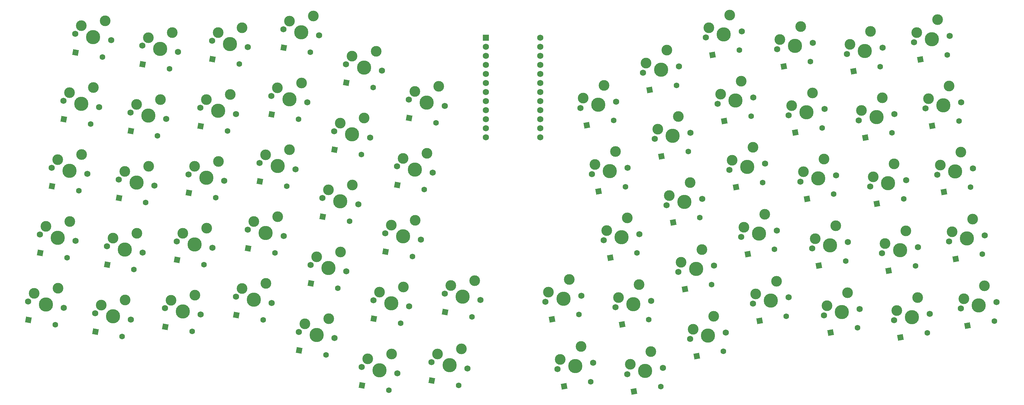
<source format=gts>
%TF.GenerationSoftware,KiCad,Pcbnew,(6.0.8)*%
%TF.CreationDate,2023-02-18T20:13:43+07:00*%
%TF.ProjectId,test,74657374-2e6b-4696-9361-645f70636258,rev?*%
%TF.SameCoordinates,Original*%
%TF.FileFunction,Soldermask,Top*%
%TF.FilePolarity,Negative*%
%FSLAX46Y46*%
G04 Gerber Fmt 4.6, Leading zero omitted, Abs format (unit mm)*
G04 Created by KiCad (PCBNEW (6.0.8)) date 2023-02-18 20:13:43*
%MOMM*%
%LPD*%
G01*
G04 APERTURE LIST*
G04 Aperture macros list*
%AMHorizOval*
0 Thick line with rounded ends*
0 $1 width*
0 $2 $3 position (X,Y) of the first rounded end (center of the circle)*
0 $4 $5 position (X,Y) of the second rounded end (center of the circle)*
0 Add line between two ends*
20,1,$1,$2,$3,$4,$5,0*
0 Add two circle primitives to create the rounded ends*
1,1,$1,$2,$3*
1,1,$1,$4,$5*%
%AMRotRect*
0 Rectangle, with rotation*
0 The origin of the aperture is its center*
0 $1 length*
0 $2 width*
0 $3 Rotation angle, in degrees counterclockwise*
0 Add horizontal line*
21,1,$1,$2,0,0,$3*%
G04 Aperture macros list end*
%ADD10C,3.987800*%
%ADD11C,1.750000*%
%ADD12C,3.000000*%
%ADD13HorizOval,1.600000X0.000000X0.000000X0.000000X0.000000X0*%
%ADD14RotRect,1.600000X1.600000X10.000000*%
%ADD15HorizOval,1.600000X0.000000X0.000000X0.000000X0.000000X0*%
%ADD16RotRect,1.600000X1.600000X350.000000*%
%ADD17R,1.752600X1.752600*%
%ADD18C,1.752600*%
G04 APERTURE END LIST*
D10*
%TO.C,SW61*%
X227794703Y-141536791D03*
D11*
X222791880Y-142418924D03*
D12*
X229413982Y-136092901D03*
X223601519Y-139696979D03*
D11*
X232797526Y-140654658D03*
%TD*%
%TO.C,SW2*%
X61690724Y-71807980D03*
D10*
X56687901Y-70925847D03*
D12*
X60071445Y-66364090D03*
D11*
X51685078Y-70043714D03*
D12*
X53376850Y-67762836D03*
%TD*%
D13*
%TO.C,D34*%
X207927109Y-118288571D03*
D14*
X200422874Y-119611770D03*
%TD*%
D12*
%TO.C,SW19*%
X138124182Y-137326380D03*
X144818777Y-135927634D03*
D10*
X141435233Y-140489391D03*
D11*
X136432410Y-139607258D03*
X146438056Y-141371524D03*
%TD*%
D15*
%TO.C,D53*%
X46040229Y-151589865D03*
D16*
X38535994Y-150266666D03*
%TD*%
D11*
%TO.C,SW51*%
X287756090Y-123226429D03*
D12*
X284372546Y-118664672D03*
D11*
X277750444Y-124990695D03*
D10*
X282753267Y-124108562D03*
D12*
X278560083Y-122268750D03*
%TD*%
D13*
%TO.C,D61*%
X232145893Y-145935541D03*
D14*
X224641658Y-147258740D03*
%TD*%
D13*
%TO.C,D10*%
X238898449Y-74526611D03*
D14*
X231394214Y-75849810D03*
%TD*%
D13*
%TO.C,D59*%
X196940316Y-165683948D03*
D14*
X189436081Y-167007147D03*
%TD*%
D11*
%TO.C,SW20*%
X177695390Y-106073174D03*
D12*
X178505029Y-103351229D03*
X184317492Y-99747151D03*
D11*
X187701036Y-104308908D03*
D10*
X182698213Y-105191041D03*
%TD*%
D12*
%TO.C,SW47*%
X208503196Y-127206516D03*
D11*
X211886740Y-131768273D03*
D12*
X202690733Y-130810594D03*
D11*
X201881094Y-133532539D03*
D10*
X206883917Y-132650406D03*
%TD*%
D11*
%TO.C,SW52*%
X29698145Y-143542332D03*
D10*
X24695322Y-142660199D03*
D12*
X21384271Y-139497188D03*
X28078866Y-138098442D03*
D11*
X19692499Y-141778066D03*
%TD*%
%TO.C,SW24*%
X262412587Y-89200858D03*
X252406941Y-90965124D03*
D10*
X257409764Y-90082991D03*
D12*
X259029043Y-84639101D03*
X253216580Y-88243179D03*
%TD*%
D13*
%TO.C,D21*%
X204652191Y-99715589D03*
D14*
X197147956Y-101038788D03*
%TD*%
D11*
%TO.C,SW32*%
X174679824Y-140166525D03*
D12*
X171296280Y-135604768D03*
X165483817Y-139208846D03*
D10*
X169677001Y-141048658D03*
D11*
X164674178Y-141930791D03*
%TD*%
D15*
%TO.C,D40*%
X49348227Y-132829278D03*
D16*
X41843992Y-131506079D03*
%TD*%
D13*
%TO.C,D48*%
X228837895Y-127174954D03*
D14*
X221333660Y-128498153D03*
%TD*%
D15*
%TO.C,D2*%
X59272220Y-76547515D03*
D16*
X51767985Y-75224316D03*
%TD*%
D12*
%TO.C,SW49*%
X246024371Y-120590521D03*
D11*
X249407915Y-125152278D03*
D10*
X244405092Y-126034411D03*
D11*
X239402269Y-126916544D03*
D12*
X240211908Y-124194599D03*
%TD*%
%TO.C,SW10*%
X230354075Y-68288048D03*
D11*
X229544436Y-71009993D03*
X239550082Y-69245727D03*
D10*
X234547259Y-70127860D03*
D12*
X236166538Y-64683970D03*
%TD*%
D13*
%TO.C,D51*%
X287104457Y-128507313D03*
D14*
X279600222Y-129830512D03*
%TD*%
D15*
%TO.C,D41*%
X68935814Y-131447129D03*
D16*
X61431579Y-130123930D03*
%TD*%
D13*
%TO.C,D37*%
X265035871Y-113054724D03*
D14*
X257531636Y-114377923D03*
%TD*%
D10*
%TO.C,SW11*%
X254134846Y-71510010D03*
D12*
X249941662Y-69670198D03*
D11*
X259137669Y-70627877D03*
X249132023Y-72392143D03*
D12*
X255754125Y-66066120D03*
%TD*%
D11*
%TO.C,SW7*%
X174420472Y-87500192D03*
D10*
X179423295Y-86618059D03*
D11*
X184426118Y-85735926D03*
D12*
X175230111Y-84778247D03*
X181042574Y-81174169D03*
%TD*%
D13*
%TO.C,D35*%
X225529897Y-108414367D03*
D14*
X218025662Y-109737566D03*
%TD*%
D12*
%TO.C,SW40*%
X50147452Y-122645853D03*
D11*
X51766731Y-128089743D03*
D10*
X46763908Y-127207610D03*
D11*
X41761085Y-126325477D03*
D12*
X43452857Y-124044599D03*
%TD*%
D15*
%TO.C,D28*%
X72243812Y-112686541D03*
D16*
X64739577Y-111363342D03*
%TD*%
D12*
%TO.C,SW60*%
X205998731Y-149571182D03*
X211811194Y-145967104D03*
D11*
X205189092Y-152293127D03*
X215194738Y-150528861D03*
D10*
X210191915Y-151410994D03*
%TD*%
D12*
%TO.C,SW35*%
X222797987Y-98571726D03*
D10*
X221178708Y-104015616D03*
D11*
X226181531Y-103133483D03*
X216175885Y-104897749D03*
D12*
X216985524Y-102175804D03*
%TD*%
D13*
%TO.C,D60*%
X214543104Y-155809745D03*
D14*
X207038869Y-157132944D03*
%TD*%
D15*
%TO.C,D14*%
X55964222Y-95308103D03*
D16*
X48459987Y-93984904D03*
%TD*%
D15*
%TO.C,D52*%
X27279641Y-148281867D03*
D16*
X19775406Y-146958668D03*
%TD*%
D10*
%TO.C,SW12*%
X272895434Y-68202012D03*
D11*
X267892611Y-69084145D03*
X277898257Y-67319879D03*
D12*
X268702250Y-66362200D03*
X274514713Y-62758122D03*
%TD*%
D15*
%TO.C,D6*%
X133983771Y-91655565D03*
D16*
X126479536Y-90332366D03*
%TD*%
D10*
%TO.C,SW29*%
X89577879Y-103806665D03*
D12*
X92961423Y-99244908D03*
D11*
X84575056Y-102924532D03*
X94580702Y-104688798D03*
D12*
X86266828Y-100643654D03*
%TD*%
D11*
%TO.C,SW14*%
X48377080Y-88804302D03*
X58382726Y-90568568D03*
D10*
X53379903Y-89686435D03*
D12*
X56763447Y-85124678D03*
X50068852Y-86523424D03*
%TD*%
D13*
%TO.C,D64*%
X290412454Y-147267901D03*
D14*
X282908219Y-148591100D03*
%TD*%
D15*
%TO.C,D29*%
X92162199Y-109428333D03*
D16*
X84657964Y-108105134D03*
%TD*%
D15*
%TO.C,D57*%
X120751780Y-166697915D03*
D16*
X113247545Y-165374716D03*
%TD*%
D10*
%TO.C,SW13*%
X34619315Y-86378437D03*
D11*
X29616492Y-85496304D03*
X39622138Y-87260570D03*
D12*
X31308264Y-83215426D03*
X38002859Y-81816680D03*
%TD*%
D15*
%TO.C,D5*%
X116380983Y-81781362D03*
D16*
X108876748Y-80458163D03*
%TD*%
D15*
%TO.C,D15*%
X75551809Y-93925954D03*
D16*
X68047574Y-92602755D03*
%TD*%
D13*
%TO.C,D9*%
X218980062Y-71268403D03*
D14*
X211475827Y-72591602D03*
%TD*%
D10*
%TO.C,SW23*%
X237822177Y-88700842D03*
D11*
X242825000Y-87818709D03*
X232819354Y-89582975D03*
D12*
X233628993Y-86861030D03*
X239441456Y-83256952D03*
%TD*%
D11*
%TO.C,SW6*%
X136402275Y-86916030D03*
X126396629Y-85151764D03*
D12*
X134782996Y-81472140D03*
X128088401Y-82870886D03*
D10*
X131399452Y-86033897D03*
%TD*%
D13*
%TO.C,D63*%
X271651867Y-150575899D03*
D14*
X264147632Y-151899098D03*
%TD*%
D15*
%TO.C,D16*%
X95470196Y-90667746D03*
D16*
X87965961Y-89344547D03*
%TD*%
D13*
%TO.C,D22*%
X222254979Y-89841385D03*
D14*
X214750744Y-91164584D03*
%TD*%
D15*
%TO.C,D30*%
X109764987Y-119302537D03*
D16*
X102260752Y-117979338D03*
%TD*%
D12*
%TO.C,SW39*%
X24692269Y-120736601D03*
D11*
X33006143Y-124781745D03*
D10*
X28003320Y-123899612D03*
D11*
X23000497Y-123017479D03*
D12*
X31386864Y-119337855D03*
%TD*%
D13*
%TO.C,D32*%
X174028191Y-145447409D03*
D14*
X166523956Y-146770608D03*
%TD*%
D12*
%TO.C,SW53*%
X46839454Y-141406440D03*
D11*
X48458733Y-146850330D03*
X38453087Y-145086064D03*
D10*
X43455910Y-145968197D03*
D12*
X40144859Y-142805186D03*
%TD*%
%TO.C,SW3*%
X72964437Y-66380687D03*
D11*
X81278311Y-70425831D03*
X71272665Y-68661565D03*
D10*
X76275488Y-69543698D03*
D12*
X79659032Y-64981941D03*
%TD*%
D13*
%TO.C,D49*%
X248756282Y-130433162D03*
D14*
X241252047Y-131756361D03*
%TD*%
D15*
%TO.C,D55*%
X85546203Y-146949508D03*
D16*
X78041968Y-145626309D03*
%TD*%
D11*
%TO.C,SW1*%
X32924490Y-66735716D03*
D12*
X41310857Y-63056092D03*
D11*
X42930136Y-68499982D03*
D12*
X34616262Y-64454838D03*
D10*
X37927313Y-67617849D03*
%TD*%
%TO.C,SW37*%
X260684682Y-108655973D03*
D12*
X262303961Y-103212083D03*
D11*
X265687505Y-107773840D03*
X255681859Y-109538106D03*
D12*
X256491498Y-106816161D03*
%TD*%
D11*
%TO.C,SW17*%
X105485843Y-94038148D03*
X115491489Y-95802414D03*
D10*
X110488666Y-94920281D03*
D12*
X107177615Y-91757270D03*
X113872210Y-90358524D03*
%TD*%
D10*
%TO.C,SW27*%
X50071905Y-108447023D03*
D12*
X46760854Y-105284012D03*
D11*
X55074728Y-109329156D03*
X45069082Y-107564890D03*
D12*
X53455449Y-103885266D03*
%TD*%
D13*
%TO.C,D47*%
X211235106Y-137049157D03*
D14*
X203730871Y-138372356D03*
%TD*%
D11*
%TO.C,SW30*%
X112183491Y-114563002D03*
D12*
X110564212Y-109119112D03*
X103869617Y-110517858D03*
D11*
X102177845Y-112798736D03*
D10*
X107180668Y-113680869D03*
%TD*%
%TO.C,SW56*%
X100564673Y-151202043D03*
D11*
X95561850Y-150319910D03*
X105567496Y-152084176D03*
D12*
X97253622Y-148039032D03*
X103948217Y-146640286D03*
%TD*%
D15*
%TO.C,D45*%
X140339367Y-165315766D03*
D16*
X132835132Y-163992567D03*
%TD*%
D12*
%TO.C,SW58*%
X174620818Y-154459158D03*
D10*
X173001539Y-159903048D03*
D11*
X178004362Y-159020915D03*
D12*
X168808355Y-158063236D03*
D11*
X167998716Y-160785181D03*
%TD*%
%TO.C,SW21*%
X205303825Y-94434705D03*
D10*
X200301002Y-95316838D03*
D12*
X201920281Y-89872948D03*
D11*
X195298179Y-96198971D03*
D12*
X196107818Y-93477026D03*
%TD*%
D10*
%TO.C,SW25*%
X276170352Y-86774994D03*
D12*
X271977168Y-84935182D03*
D11*
X281173175Y-85892861D03*
D12*
X277789631Y-81331104D03*
D11*
X271167529Y-87657127D03*
%TD*%
%TO.C,SW59*%
X187586303Y-162167331D03*
D10*
X192589126Y-161285198D03*
D12*
X188395942Y-159445386D03*
D11*
X197591949Y-160403065D03*
D12*
X194208405Y-155841308D03*
%TD*%
D15*
%TO.C,D43*%
X106456989Y-138063125D03*
D16*
X98952754Y-136739926D03*
%TD*%
D13*
%TO.C,D23*%
X242173366Y-93099593D03*
D14*
X234669131Y-94422792D03*
%TD*%
D10*
%TO.C,SW54*%
X63043497Y-144586048D03*
D11*
X58040674Y-143703915D03*
D12*
X59732446Y-141423037D03*
D11*
X68046320Y-145468181D03*
D12*
X66427041Y-140024291D03*
%TD*%
%TO.C,SW4*%
X92882824Y-63122479D03*
D11*
X91191052Y-65403357D03*
D12*
X99577419Y-61723733D03*
D10*
X96193875Y-66285490D03*
D11*
X101196698Y-67167623D03*
%TD*%
D15*
%TO.C,D18*%
X130675773Y-110416153D03*
D16*
X123171538Y-109092954D03*
%TD*%
D15*
%TO.C,D44*%
X124059778Y-147937328D03*
D16*
X116555543Y-146614129D03*
%TD*%
D15*
%TO.C,D42*%
X88854201Y-128188921D03*
D16*
X81349966Y-126865722D03*
%TD*%
D13*
%TO.C,D33*%
X190324320Y-128162774D03*
D14*
X182820085Y-129485973D03*
%TD*%
D11*
%TO.C,SW41*%
X61348672Y-124943328D03*
D12*
X69735039Y-121263704D03*
X63040444Y-122662450D03*
D11*
X71354318Y-126707594D03*
D10*
X66351495Y-125825461D03*
%TD*%
%TO.C,SW28*%
X69659493Y-107064873D03*
D11*
X74662316Y-107947006D03*
X64656670Y-106182740D03*
D12*
X66348442Y-103901862D03*
X73043037Y-102503116D03*
%TD*%
D11*
%TO.C,SW31*%
X129786279Y-124437205D03*
D10*
X124783456Y-123555072D03*
D11*
X119780633Y-122672939D03*
D12*
X121472405Y-120392061D03*
X128167000Y-118993315D03*
%TD*%
D13*
%TO.C,D11*%
X258486036Y-75908760D03*
D14*
X250981801Y-77231959D03*
%TD*%
D13*
%TO.C,D24*%
X261760953Y-94481742D03*
D14*
X254256718Y-95804941D03*
%TD*%
D13*
%TO.C,D12*%
X277246623Y-72600763D03*
D14*
X269742388Y-73923962D03*
%TD*%
D13*
%TO.C,D62*%
X252064280Y-149193749D03*
D14*
X244560045Y-150516948D03*
%TD*%
D15*
%TO.C,D3*%
X78859807Y-75165366D03*
D16*
X71355572Y-73842167D03*
%TD*%
D15*
%TO.C,D39*%
X30587639Y-129521280D03*
D16*
X23083404Y-128198081D03*
%TD*%
D13*
%TO.C,D46*%
X193632318Y-146923361D03*
D14*
X186128083Y-148246560D03*
%TD*%
D12*
%TO.C,SW5*%
X117180208Y-71597937D03*
D11*
X118799487Y-77041827D03*
D10*
X113796664Y-76159694D03*
D11*
X108793841Y-75277561D03*
D12*
X110485613Y-72996683D03*
%TD*%
D11*
%TO.C,SW34*%
X208578742Y-113007687D03*
D12*
X199382735Y-112050008D03*
D11*
X198573096Y-114771953D03*
D10*
X203575919Y-113889820D03*
D12*
X205195198Y-108445930D03*
%TD*%
D13*
%TO.C,D58*%
X177352729Y-164301799D03*
D14*
X169848494Y-165624998D03*
%TD*%
D11*
%TO.C,SW9*%
X209626049Y-67751786D03*
X219631695Y-65987520D03*
D12*
X210435688Y-65029841D03*
D10*
X214628872Y-66869653D03*
D12*
X216248151Y-61425763D03*
%TD*%
D13*
%TO.C,D25*%
X280521541Y-91173745D03*
D14*
X273017306Y-92496944D03*
%TD*%
D15*
%TO.C,D26*%
X33895637Y-110760693D03*
D16*
X26391402Y-109437494D03*
%TD*%
D12*
%TO.C,SW62*%
X249332369Y-139351108D03*
D11*
X252715913Y-143912865D03*
D12*
X243519906Y-142955186D03*
D11*
X242710267Y-145677131D03*
D10*
X247713090Y-144794998D03*
%TD*%
D11*
%TO.C,SW44*%
X126478282Y-143197793D03*
X116472636Y-141433527D03*
D12*
X118164408Y-139152649D03*
X124859003Y-137753903D03*
D10*
X121475459Y-142315660D03*
%TD*%
D13*
%TO.C,D50*%
X268343869Y-131815311D03*
D14*
X260839634Y-133138510D03*
%TD*%
D15*
%TO.C,D13*%
X37203635Y-92000105D03*
D16*
X29699400Y-90676906D03*
%TD*%
D12*
%TO.C,SW22*%
X219523069Y-79998744D03*
D11*
X222906613Y-84560501D03*
D10*
X217903790Y-85442634D03*
D12*
X213710606Y-83602822D03*
D11*
X212900967Y-86324767D03*
%TD*%
D12*
%TO.C,SW38*%
X281064549Y-99904085D03*
D10*
X279445270Y-105347975D03*
D11*
X274442447Y-106230108D03*
D12*
X275252086Y-103508163D03*
D11*
X284448093Y-104465842D03*
%TD*%
%TO.C,SW57*%
X123170284Y-161958380D03*
D12*
X114856410Y-157913236D03*
D10*
X118167461Y-161076247D03*
D11*
X113164638Y-160194114D03*
D12*
X121551005Y-156514490D03*
%TD*%
D17*
%TO.C,U1*%
X147955000Y-67786250D03*
D18*
X147955000Y-70326250D03*
X147955000Y-72866250D03*
X147955000Y-75406250D03*
X147955000Y-77946250D03*
X147955000Y-80486250D03*
X147955000Y-83026250D03*
X147955000Y-85566250D03*
X147955000Y-88106250D03*
X147955000Y-90646250D03*
X147955000Y-93186250D03*
X147955000Y-95726250D03*
X163195000Y-95726250D03*
X163195000Y-93186250D03*
X163195000Y-90646250D03*
X163195000Y-88106250D03*
X163195000Y-85566250D03*
X163195000Y-83026250D03*
X163195000Y-80486250D03*
X163195000Y-77946250D03*
X163195000Y-75406250D03*
X163195000Y-72866250D03*
X163195000Y-70326250D03*
X163195000Y-67786250D03*
%TD*%
D13*
%TO.C,D8*%
X201377273Y-81142607D03*
D14*
X193873038Y-82465806D03*
%TD*%
D13*
%TO.C,D20*%
X187049402Y-109589792D03*
D14*
X179545167Y-110912991D03*
%TD*%
D11*
%TO.C,SW64*%
X291064088Y-141987017D03*
X281058442Y-143751283D03*
D12*
X287680544Y-137425260D03*
D10*
X286061265Y-142869150D03*
D12*
X281868081Y-141029338D03*
%TD*%
D13*
%TO.C,D38*%
X283796459Y-109746726D03*
D14*
X276292224Y-111069925D03*
%TD*%
D15*
%TO.C,D31*%
X127367776Y-129176740D03*
D16*
X119863541Y-127853541D03*
%TD*%
D11*
%TO.C,SW63*%
X272303500Y-145295015D03*
D12*
X268919956Y-140733258D03*
D10*
X267300677Y-146177148D03*
D12*
X263107493Y-144337336D03*
D11*
X262297854Y-147059281D03*
%TD*%
D15*
%TO.C,D27*%
X52656225Y-114068691D03*
D16*
X45151990Y-112745492D03*
%TD*%
D10*
%TO.C,SW36*%
X241097095Y-107273824D03*
D12*
X236903911Y-105434012D03*
D11*
X236094272Y-108155957D03*
X246099918Y-106391691D03*
D12*
X242716374Y-101829934D03*
%TD*%
D10*
%TO.C,SW8*%
X197026084Y-76743856D03*
D11*
X192023261Y-77625989D03*
X202028907Y-75861723D03*
D12*
X198645363Y-71299966D03*
X192832900Y-74904044D03*
%TD*%
%TO.C,SW45*%
X134443997Y-156531087D03*
D11*
X132752225Y-158811965D03*
D10*
X137755048Y-159694098D03*
D11*
X142757871Y-160576231D03*
D12*
X141138592Y-155132341D03*
%TD*%
%TO.C,SW46*%
X185087945Y-140684798D03*
X190900408Y-137080720D03*
D11*
X184278306Y-143406743D03*
D10*
X189281129Y-142524610D03*
D11*
X194283952Y-141642477D03*
%TD*%
D15*
%TO.C,D56*%
X103148992Y-156823711D03*
D16*
X95644757Y-155500512D03*
%TD*%
D10*
%TO.C,SW50*%
X263992680Y-127416560D03*
D12*
X265611959Y-121972670D03*
D11*
X268995503Y-126534427D03*
X258989857Y-128298693D03*
D12*
X259799496Y-125576748D03*
%TD*%
D11*
%TO.C,SW33*%
X190975954Y-122881890D03*
D12*
X187592410Y-118320133D03*
D10*
X185973131Y-123764023D03*
D11*
X180970308Y-124646156D03*
D12*
X181779947Y-121924211D03*
%TD*%
%TO.C,SW55*%
X79650833Y-138164829D03*
X86345428Y-136766083D03*
D10*
X82961884Y-141327840D03*
D11*
X87964707Y-142209973D03*
X77959061Y-140445707D03*
%TD*%
%TO.C,SW43*%
X108875493Y-133323590D03*
X98869847Y-131559324D03*
D12*
X107256214Y-127879700D03*
D10*
X103872670Y-132441457D03*
D12*
X100561619Y-129278446D03*
%TD*%
D15*
%TO.C,D54*%
X65627816Y-150207716D03*
D16*
X58123581Y-148884517D03*
%TD*%
D13*
%TO.C,D36*%
X245448284Y-111672575D03*
D14*
X237944049Y-112995774D03*
%TD*%
D12*
%TO.C,SW16*%
X96269421Y-80484321D03*
D10*
X92885877Y-85046078D03*
D11*
X87883054Y-84163945D03*
X97888700Y-85928211D03*
D12*
X89574826Y-81883067D03*
%TD*%
D15*
%TO.C,D1*%
X40511632Y-73239517D03*
D16*
X33007397Y-71916318D03*
%TD*%
D10*
%TO.C,SW26*%
X31311318Y-105139025D03*
D12*
X28000267Y-101976014D03*
D11*
X36314141Y-106021158D03*
D12*
X34694862Y-100577268D03*
D11*
X26308495Y-104256892D03*
%TD*%
D10*
%TO.C,SW18*%
X128091454Y-104794485D03*
D12*
X131474998Y-100232728D03*
D11*
X133094277Y-105676618D03*
D12*
X124780403Y-101631474D03*
D11*
X123088631Y-103912352D03*
%TD*%
%TO.C,SW15*%
X67964667Y-87422153D03*
X77970313Y-89186419D03*
D12*
X69656439Y-85141275D03*
X76351034Y-83742529D03*
D10*
X72967490Y-88304286D03*
%TD*%
D15*
%TO.C,D4*%
X98778194Y-71907158D03*
D16*
X91273959Y-70583959D03*
%TD*%
D15*
%TO.C,D19*%
X144019552Y-146111059D03*
D16*
X136515317Y-144787860D03*
%TD*%
D11*
%TO.C,SW42*%
X91272705Y-123449386D03*
D12*
X82958831Y-119404242D03*
D11*
X81267059Y-121685120D03*
D10*
X86269882Y-122567253D03*
D12*
X89653426Y-118005496D03*
%TD*%
D13*
%TO.C,D7*%
X183774485Y-91016810D03*
D14*
X176270250Y-92340009D03*
%TD*%
D12*
%TO.C,SW48*%
X220293521Y-120936391D03*
D11*
X229489528Y-121894070D03*
D10*
X224486705Y-122776203D03*
D12*
X226105984Y-117332313D03*
D11*
X219483882Y-123658336D03*
%TD*%
D15*
%TO.C,D17*%
X113072985Y-100541949D03*
D16*
X105568750Y-99218750D03*
%TD*%
M02*

</source>
